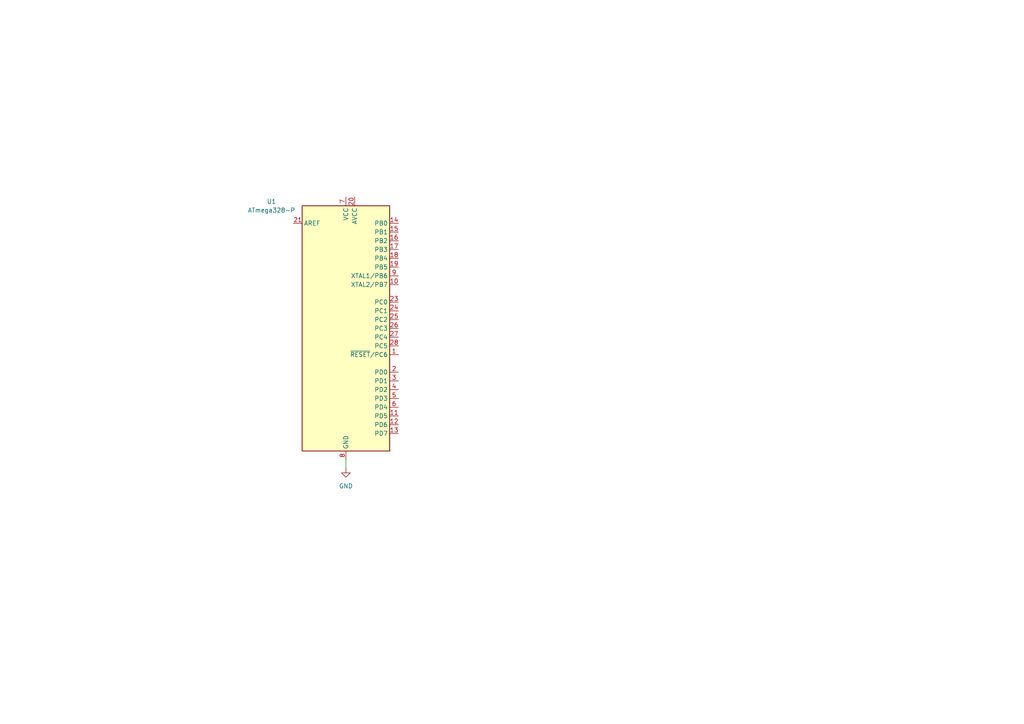
<source format=kicad_sch>
(kicad_sch (version 20231120) (generator "eeschema") (generator_version "8.0")
  (paper "A4")
  (lib_symbols
    (symbol "MCU_Microchip_ATmega:ATmega328-P"
      (property "Reference" "U" (at -12.7 36.83 0))
      (property "Value" "ATmega328-P" (at 2.54 -36.83 0))
      (symbol "ATmega328-P_0_1"
        (rectangle (start -12.7 -35.56) (end 12.7 35.56) (stroke (width 0.254)) (fill (type background)))
      )
      (symbol "ATmega328-P_1_1"
        (pin bidirectional line (at 15.24 -7.62 180) (length 2.54) (name "~{RESET}/PC6") (number "1"))
        (pin bidirectional line (at 15.24 12.7 180) (length 2.54) (name "XTAL2/PB7") (number "10"))
        (pin bidirectional line (at 15.24 -25.4 180) (length 2.54) (name "PD5") (number "11"))
        (pin bidirectional line (at 15.24 -27.94 180) (length 2.54) (name "PD6") (number "12"))
        (pin bidirectional line (at 15.24 -30.48 180) (length 2.54) (name "PD7") (number "13"))
        (pin bidirectional line (at 15.24 30.48 180) (length 2.54) (name "PB0") (number "14"))
        (pin bidirectional line (at 15.24 27.94 180) (length 2.54) (name "PB1") (number "15"))
        (pin bidirectional line (at 15.24 25.4 180) (length 2.54) (name "PB2") (number "16"))
        (pin bidirectional line (at 15.24 22.86 180) (length 2.54) (name "PB3") (number "17"))
        (pin bidirectional line (at 15.24 20.32 180) (length 2.54) (name "PB4") (number "18"))
        (pin bidirectional line (at 15.24 17.78 180) (length 2.54) (name "PB5") (number "19"))
        (pin bidirectional line (at 15.24 -12.7 180) (length 2.54) (name "PD0") (number "2"))
        (pin power_in line (at 2.54 38.1 270) (length 2.54) (name "AVCC") (number "20"))
        (pin passive line (at -15.24 30.48 0) (length 2.54) (name "AREF") (number "21"))
        (pin passive line (at 0 -38.1 90) (length 2.54) hide (name "GND") (number "22"))
        (pin bidirectional line (at 15.24 7.62 180) (length 2.54) (name "PC0") (number "23"))
        (pin bidirectional line (at 15.24 5.08 180) (length 2.54) (name "PC1") (number "24"))
        (pin bidirectional line (at 15.24 2.54 180) (length 2.54) (name "PC2") (number "25"))
        (pin bidirectional line (at 15.24 0 180) (length 2.54) (name "PC3") (number "26"))
        (pin bidirectional line (at 15.24 -2.54 180) (length 2.54) (name "PC4") (number "27"))
        (pin bidirectional line (at 15.24 -5.08 180) (length 2.54) (name "PC5") (number "28"))
        (pin bidirectional line (at 15.24 -15.24 180) (length 2.54) (name "PD1") (number "3"))
        (pin bidirectional line (at 15.24 -17.78 180) (length 2.54) (name "PD2") (number "4"))
        (pin bidirectional line (at 15.24 -20.32 180) (length 2.54) (name "PD3") (number "5"))
        (pin bidirectional line (at 15.24 -22.86 180) (length 2.54) (name "PD4") (number "6"))
        (pin power_in line (at 0 38.1 270) (length 2.54) (name "VCC") (number "7"))
        (pin power_in line (at 0 -38.1 90) (length 2.54) (name "GND") (number "8"))
        (pin bidirectional line (at 15.24 15.24 180) (length 2.54) (name "XTAL1/PB6") (number "9"))
      )
    )
    (symbol "power:GND" (power) (pin_numbers hide) (pin_names (offset 0) hide)
      (property "Value" "GND" (at 0 -3.81 0))
      (symbol "GND_0_1"
        (polyline (pts (xy 0 0) (xy 0 -1.27) (xy 1.27 -1.27) (xy 0 -2.54) (xy -1.27 -1.27) (xy 0 -1.27)))
      )
      (symbol "GND_1_1"
        (pin power_in line (at 0 0 270) (length 0) (name "~") (number "1"))
      )
    )
  )
  (wire (pts (xy 100.33 133.35) (xy 100.33 135.89)))
  (symbol (lib_id "MCU_Microchip_ATmega:ATmega328-P") (at 100.33 95.25 0) (unit 1)
    (property "Reference" "U1" (at 78.74 58.4514 0))
    (property "Value" "ATmega328-P" (at 78.74 60.9914 0))
    (property "Footprint" "Package_DIP:DIP-28_W7.62mm" (effects (hide yes)))
    (property "Datasheet" "http://ww1.microchip.com/downloads/en/DeviceDoc/ATmega328_P%20AVR%20MCU%20with%20picoPower%20Technology%20Data%20Sheet%2040001984A.pdf" (effects (hide yes)))
    (property "Description" "20MHz, 32kB Flash, 2kB SRAM, 1kB EEPROM, DIP-28" (effects (hide yes)))
  )
  (symbol (lib_id "power:GND") (at 100.33 135.89 0) (unit 1)
    (property "Reference" "#PWR01" (effects (hide yes)))
    (property "Value" "GND" (at 100.33 140.97 0))
    (property "Description" "Power symbol creates a global label with name \"GND\" , ground" (effects (hide yes)))
  )
)
</source>
